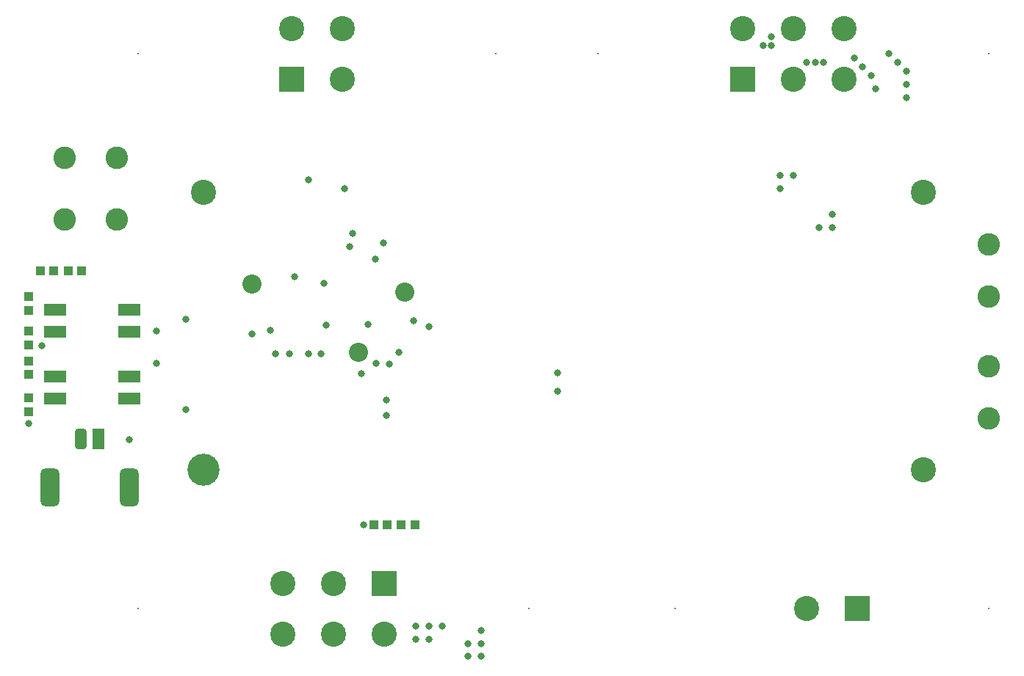
<source format=gbs>
G04*
G04 #@! TF.GenerationSoftware,Altium Limited,Altium Designer,18.1.6 (161)*
G04*
G04 Layer_Color=16711935*
%FSLAX25Y25*%
%MOIN*%
G70*
G01*
G75*
%ADD37R,0.04147X0.04147*%
%ADD41R,0.04147X0.04147*%
%ADD49C,0.10249*%
%ADD50C,0.11430*%
%ADD51C,0.14580*%
%ADD52C,0.08674*%
%ADD53C,0.00800*%
%ADD54R,0.11430X0.11430*%
%ADD55C,0.03162*%
%ADD70R,0.03950X0.03950*%
%ADD71R,0.10406X0.05249*%
G04:AMPARAMS|DCode=72|XSize=86.74mil|YSize=173.35mil|CornerRadius=23.68mil|HoleSize=0mil|Usage=FLASHONLY|Rotation=180.000|XOffset=0mil|YOffset=0mil|HoleType=Round|Shape=RoundedRectangle|*
%AMROUNDEDRECTD72*
21,1,0.08674,0.12598,0,0,180.0*
21,1,0.03937,0.17335,0,0,180.0*
1,1,0.04737,-0.01968,0.06299*
1,1,0.04737,0.01968,0.06299*
1,1,0.04737,0.01968,-0.06299*
1,1,0.04737,-0.01968,-0.06299*
%
%ADD72ROUNDEDRECTD72*%
G04:AMPARAMS|DCode=73|XSize=55.24mil|YSize=94.61mil|CornerRadius=15.81mil|HoleSize=0mil|Usage=FLASHONLY|Rotation=180.000|XOffset=0mil|YOffset=0mil|HoleType=Round|Shape=RoundedRectangle|*
%AMROUNDEDRECTD73*
21,1,0.05524,0.06299,0,0,180.0*
21,1,0.02362,0.09461,0,0,180.0*
1,1,0.03162,-0.01181,0.03150*
1,1,0.03162,0.01181,0.03150*
1,1,0.03162,0.01181,-0.03150*
1,1,0.03162,-0.01181,-0.03150*
%
%ADD73ROUNDEDRECTD73*%
%ADD74R,0.05524X0.09461*%
D37*
X13386Y173130D02*
D03*
Y167028D02*
D03*
Y151378D02*
D03*
Y157480D02*
D03*
Y121063D02*
D03*
Y127165D02*
D03*
Y143996D02*
D03*
Y137894D02*
D03*
D41*
X188430Y69606D02*
D03*
X182328D02*
D03*
X18602Y185039D02*
D03*
X24705D02*
D03*
D49*
X29528Y208268D02*
D03*
Y236221D02*
D03*
X53150Y208268D02*
D03*
Y236221D02*
D03*
X448819Y196850D02*
D03*
Y173228D02*
D03*
Y141732D02*
D03*
Y118110D02*
D03*
D50*
X151693Y43012D02*
D03*
X128701D02*
D03*
X151693Y19980D02*
D03*
X128701D02*
D03*
X92520Y220473D02*
D03*
X419291D02*
D03*
Y94488D02*
D03*
X366181Y31496D02*
D03*
X174685Y19980D02*
D03*
X155630Y271949D02*
D03*
Y294980D02*
D03*
X132638D02*
D03*
X360118Y271949D02*
D03*
X383110D02*
D03*
Y294980D02*
D03*
X337126D02*
D03*
X360118D02*
D03*
D51*
X92520Y94488D02*
D03*
D52*
X183858Y175371D02*
D03*
X162992Y148031D02*
D03*
X114567Y179007D02*
D03*
D53*
X306535Y31496D02*
D03*
X448819D02*
D03*
X240394D02*
D03*
X62992D02*
D03*
Y283465D02*
D03*
X225276D02*
D03*
X271417D02*
D03*
X448819D02*
D03*
D54*
X389173Y31496D02*
D03*
X174685Y43012D02*
D03*
X132638Y271949D02*
D03*
X337126D02*
D03*
D55*
X165084Y69685D02*
D03*
X372047Y204724D02*
D03*
X377953D02*
D03*
Y210630D02*
D03*
X354331Y222441D02*
D03*
Y228346D02*
D03*
X360236D02*
D03*
X218504Y9843D02*
D03*
X212598D02*
D03*
X188976Y17717D02*
D03*
Y23622D02*
D03*
X212598Y15748D02*
D03*
X200787Y23622D02*
D03*
X218504Y15748D02*
D03*
Y21654D02*
D03*
X194882Y17717D02*
D03*
Y23622D02*
D03*
X391732Y277559D02*
D03*
X397638Y267717D02*
D03*
X387795Y281496D02*
D03*
X395669Y273622D02*
D03*
X411417Y263780D02*
D03*
Y269685D02*
D03*
Y275591D02*
D03*
X403543Y283465D02*
D03*
X407480Y279528D02*
D03*
X374016D02*
D03*
X346457Y287402D02*
D03*
X350394Y291339D02*
D03*
X370079Y279528D02*
D03*
X366142D02*
D03*
X350394Y287402D02*
D03*
X253150Y130177D02*
D03*
Y138583D02*
D03*
X84646Y162992D02*
D03*
X133858Y182283D02*
D03*
X147244Y179134D02*
D03*
X140157Y226378D02*
D03*
X158862Y196063D02*
D03*
X156693Y222441D02*
D03*
X170472Y190157D02*
D03*
X174409Y197638D02*
D03*
X160236Y201969D02*
D03*
X122835Y157874D02*
D03*
X114567Y156299D02*
D03*
X187795Y162205D02*
D03*
X194882Y159449D02*
D03*
X13386Y115748D02*
D03*
X19291Y150787D02*
D03*
X181102Y148031D02*
D03*
X176772Y142520D02*
D03*
X175591Y119291D02*
D03*
Y126378D02*
D03*
X71260Y157480D02*
D03*
Y142913D02*
D03*
X146063Y147244D02*
D03*
X125197D02*
D03*
X131496D02*
D03*
X140157D02*
D03*
X167340Y160630D02*
D03*
X164173Y138189D02*
D03*
X170866Y142913D02*
D03*
X148130Y160335D02*
D03*
X59055Y108268D02*
D03*
X84646Y122047D02*
D03*
D70*
X175832Y69685D02*
D03*
X169926D02*
D03*
X31299Y185000D02*
D03*
X37205D02*
D03*
D71*
X25098Y137067D02*
D03*
X58957D02*
D03*
X25098Y127067D02*
D03*
X58957D02*
D03*
X25098Y167225D02*
D03*
X58957D02*
D03*
X25098Y157225D02*
D03*
X58957D02*
D03*
D72*
X22835Y86614D02*
D03*
X59055D02*
D03*
D73*
X37008Y108583D02*
D03*
D74*
X44882D02*
D03*
M02*

</source>
